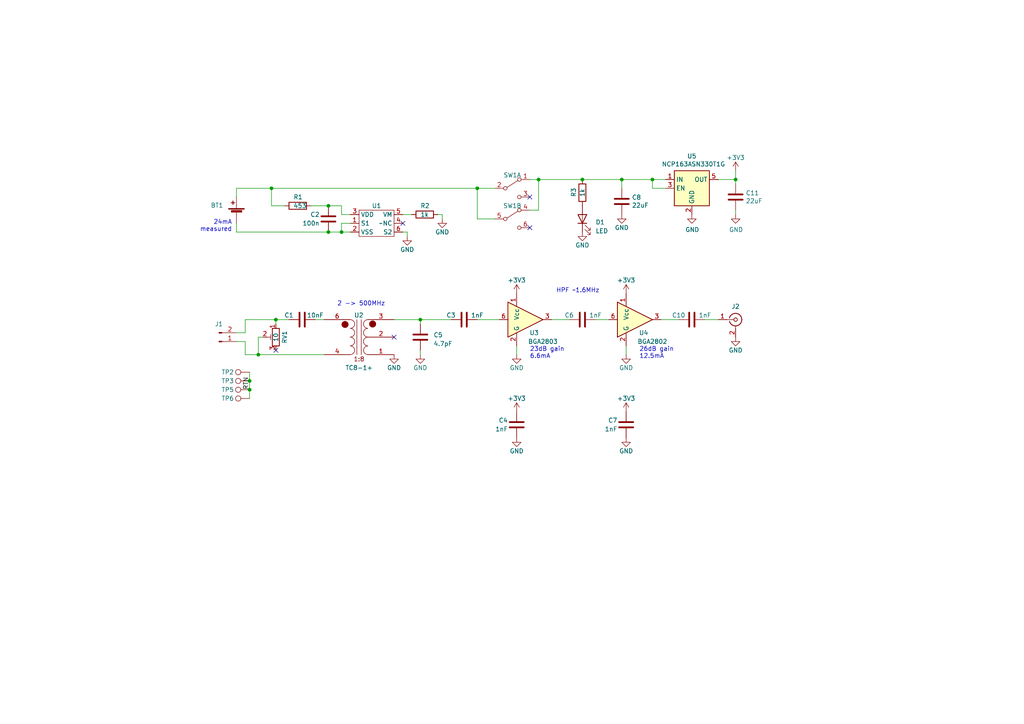
<source format=kicad_sch>
(kicad_sch (version 20230121) (generator eeschema)
  (paper "A4")
  (title_block (date "2023-03-21"))
  (lib_symbols
    (symbol "Connector:Conn_01x02_Pin" (pin_names (offset 1.016) hide)
      (property "Reference" "J" (at 0 2.54 0))
      (property "Value" "Conn_01x02_Pin" (at 0 -5.08 0))
      (symbol "Conn_01x02_Pin_1_1"
        (polyline (pts (xy 1.27 -2.54) (xy 0.8636 -2.54)) (stroke (width 0.1524)))
        (polyline (pts (xy 1.27 0) (xy 0.8636 0)) (stroke (width 0.1524)))
        (rectangle (start 0.8636 -2.413) (end 0 -2.667) (stroke (width 0.1524)) (fill (type outline)))
        (rectangle (start 0.8636 0.127) (end 0 -0.127) (stroke (width 0.1524)) (fill (type outline)))
        (pin passive line (at 5.08 0 180) (length 3.81) (name "Pin_1") (number "1"))
        (pin passive line (at 5.08 -2.54 180) (length 3.81) (name "Pin_2") (number "2"))
      )
    )
    (symbol "Connector:Conn_Coaxial" (pin_names (offset 1.016) hide)
      (property "Reference" "J" (at 0.254 3.048 0))
      (property "Value" "Conn_Coaxial" (at 2.921 0 90))
      (symbol "Conn_Coaxial_0_1"
        (arc (start -1.778 -0.508) (mid 0.2311 -1.8066) (end 1.778 0) (stroke (width 0.254)))
        (polyline (pts (xy -2.54 0) (xy -0.508 0)))
        (polyline (pts (xy 0 -2.54) (xy 0 -1.778)))
        (circle (center 0 0) (radius 0.508) (stroke (width 0.2032)))
        (arc (start 1.778 0) (mid 0.2099 1.8101) (end -1.778 0.508) (stroke (width 0.254)))
      )
      (symbol "Conn_Coaxial_1_1"
        (pin passive line (at -5.08 0 0) (length 2.54) (name "In") (number "1"))
        (pin passive line (at 0 -5.08 90) (length 2.54) (name "Ext") (number "2"))
      )
    )
    (symbol "Connector:TestPoint" (pin_numbers hide) (pin_names (offset 0.762) hide)
      (property "Reference" "TP" (at 0 6.858 0))
      (property "Value" "TestPoint" (at 0 5.08 0))
      (symbol "TestPoint_0_1"
        (circle (center 0 3.302) (radius 0.762))
      )
      (symbol "TestPoint_1_1"
        (pin passive line (at 0 0 90) (length 2.54) (name "1") (number "1"))
      )
    )
    (symbol "Device:Battery_Cell" (pin_numbers hide) (pin_names (offset 0) hide)
      (property "Reference" "BT" (at 2.54 2.54 0))
      (property "Value" "Battery_Cell" (at 2.54 0 0))
      (symbol "Battery_Cell_0_1"
        (rectangle (start -2.286 1.778) (end 2.286 1.524) (fill (type outline)))
        (rectangle (start -1.5748 1.1938) (end 1.4732 0.6858) (fill (type outline)))
        (polyline (pts (xy 0 0.762) (xy 0 0)))
        (polyline (pts (xy 0 1.778) (xy 0 2.54)))
        (polyline (pts (xy 0.508 3.429) (xy 1.524 3.429)) (stroke (width 0.254)))
        (polyline (pts (xy 1.016 3.937) (xy 1.016 2.921)) (stroke (width 0.254)))
      )
      (symbol "Battery_Cell_1_1"
        (pin passive line (at 0 5.08 270) (length 2.54) (name "+") (number "1"))
        (pin passive line (at 0 -2.54 90) (length 2.54) (name "-") (number "2"))
      )
    )
    (symbol "Device:C" (pin_numbers hide) (pin_names (offset 0.254))
      (property "Reference" "C" (at 0.635 2.54 0))
      (property "Value" "C" (at 0.635 -2.54 0))
      (symbol "C_0_1"
        (polyline (pts (xy -2.032 -0.762) (xy 2.032 -0.762)) (stroke (width 0.508)))
        (polyline (pts (xy -2.032 0.762) (xy 2.032 0.762)) (stroke (width 0.508)))
      )
      (symbol "C_1_1"
        (pin passive line (at 0 3.81 270) (length 2.794) (name "~") (number "1"))
        (pin passive line (at 0 -3.81 90) (length 2.794) (name "~") (number "2"))
      )
    )
    (symbol "Device:LED" (pin_numbers hide) (pin_names (offset 1.016) hide)
      (property "Reference" "D" (at 0 2.54 0))
      (property "Value" "LED" (at 0 -2.54 0))
      (symbol "LED_0_1"
        (polyline (pts (xy -1.27 -1.27) (xy -1.27 1.27)) (stroke (width 0.254)))
        (polyline (pts (xy -1.27 0) (xy 1.27 0)))
        (polyline (pts (xy 1.27 -1.27) (xy 1.27 1.27) (xy -1.27 0) (xy 1.27 -1.27)) (stroke (width 0.254)))
        (polyline (pts (xy -3.048 -0.762) (xy -4.572 -2.286) (xy -3.81 -2.286) (xy -4.572 -2.286) (xy -4.572 -1.524)))
        (polyline (pts (xy -1.778 -0.762) (xy -3.302 -2.286) (xy -2.54 -2.286) (xy -3.302 -2.286) (xy -3.302 -1.524)))
      )
      (symbol "LED_1_1"
        (pin passive line (at -3.81 0 0) (length 2.54) (name "K") (number "1"))
        (pin passive line (at 3.81 0 180) (length 2.54) (name "A") (number "2"))
      )
    )
    (symbol "Device:R" (pin_numbers hide) (pin_names (offset 0))
      (property "Reference" "R" (at 2.032 0 90))
      (property "Value" "R" (at 0 0 90))
      (symbol "R_0_1"
        (rectangle (start -1.016 -2.54) (end 1.016 2.54) (stroke (width 0.254)))
      )
      (symbol "R_1_1"
        (pin passive line (at 0 3.81 270) (length 1.27) (name "~") (number "1"))
        (pin passive line (at 0 -3.81 90) (length 1.27) (name "~") (number "2"))
      )
    )
    (symbol "Device:R_Potentiometer_Trim" (pin_names (offset 1.016) hide)
      (property "Reference" "RV" (at -4.445 0 90))
      (property "Value" "R_Potentiometer_Trim" (at -2.54 0 90))
      (symbol "R_Potentiometer_Trim_0_1"
        (polyline (pts (xy 1.524 0.762) (xy 1.524 -0.762)))
        (polyline (pts (xy 2.54 0) (xy 1.524 0)))
        (rectangle (start 1.016 2.54) (end -1.016 -2.54) (stroke (width 0.254)))
      )
      (symbol "R_Potentiometer_Trim_1_1"
        (pin passive line (at 0 3.81 270) (length 1.27) (name "1") (number "1"))
        (pin passive line (at 3.81 0 180) (length 1.27) (name "2") (number "2"))
        (pin passive line (at 0 -3.81 90) (length 1.27) (name "3") (number "3"))
      )
    )
    (symbol "RF_Amplifier:BGA2803"
      (property "Reference" "U" (at 2.54 6.35 0))
      (property "Value" "BGA2803" (at 3.81 3.81 0))
      (symbol "BGA2803_0_1"
        (polyline (pts (xy 5.08 0) (xy -5.08 5.08) (xy -5.08 -5.08) (xy 5.08 0)) (stroke (width 0.254)) (fill (type background)))
      )
      (symbol "BGA2803_1_1"
        (pin power_in line (at -2.54 7.62 270) (length 3.81) (name "Vcc") (number "1"))
        (pin power_in line (at -2.54 -7.62 90) (length 3.81) (name "G") (number "2"))
        (pin output line (at 7.62 0 180) (length 2.54) (name "~") (number "3"))
        (pin passive line (at -2.54 -7.62 90) (length 3.81) hide (name "G") (number "4"))
        (pin passive line (at -2.54 -7.62 90) (length 3.81) hide (name "G") (number "5"))
        (pin input line (at -7.62 0 0) (length 2.54) (name "~") (number "6"))
      )
    )
    (symbol "Regulator_Linear:NCP718xSN330"
      (property "Reference" "U" (at -3.81 6.35 0))
      (property "Value" "NCP718xSN330" (at 6.35 6.35 0))
      (symbol "NCP718xSN330_0_1"
        (rectangle (start -5.08 -5.08) (end 5.08 5.08) (stroke (width 0.254)) (fill (type background)))
        (pin power_in line (at -7.62 2.54 0) (length 2.54) (name "IN") (number "1"))
        (pin power_in line (at 0 -7.62 90) (length 2.54) (name "GND") (number "2"))
        (pin input line (at -7.62 0 0) (length 2.54) (name "EN") (number "3"))
        (pin no_connect line (at 5.08 0 180) (length 2.54) hide (name "NC") (number "4"))
        (pin power_out line (at 7.62 2.54 180) (length 2.54) (name "OUT") (number "5"))
      )
    )
    (symbol "Switch:SW_DPDT_x2" (pin_names (offset 0) hide)
      (property "Reference" "SW" (at 0 4.318 0))
      (property "Value" "SW_DPDT_x2" (at 0 -5.08 0))
      (symbol "SW_DPDT_x2_0_0"
        (circle (center -2.032 0) (radius 0.508))
        (circle (center 2.032 -2.54) (radius 0.508))
      )
      (symbol "SW_DPDT_x2_0_1"
        (polyline (pts (xy -1.524 0.254) (xy 1.651 2.286)))
        (circle (center 2.032 2.54) (radius 0.508))
      )
      (symbol "SW_DPDT_x2_1_1"
        (pin passive line (at 5.08 2.54 180) (length 2.54) (name "A") (number "1"))
        (pin passive line (at -5.08 0 0) (length 2.54) (name "B") (number "2"))
        (pin passive line (at 5.08 -2.54 180) (length 2.54) (name "C") (number "3"))
      )
      (symbol "SW_DPDT_x2_2_1"
        (pin passive line (at 5.08 2.54 180) (length 2.54) (name "A") (number "4"))
        (pin passive line (at -5.08 0 0) (length 2.54) (name "B") (number "5"))
        (pin passive line (at 5.08 -2.54 180) (length 2.54) (name "C") (number "6"))
      )
    )
    (symbol "lib:AP9211"
      (property "Reference" "U?" (at -3.81 5.08 0))
      (symbol "AP9211_0_1"
        (rectangle (start -5.08 3.81) (end 5.08 -3.81))
      )
      (symbol "AP9211_1_1"
        (pin passive line (at -7.62 0 0) (length 2.54) (name "S1") (number "1"))
        (pin passive line (at -7.62 -2.54 0) (length 2.54) (name "VSS") (number "2"))
        (pin passive line (at -7.62 2.54 0) (length 2.54) (name "VDD") (number "3"))
        (pin passive line (at 7.62 0 180) (length 2.54) (name "NC") (number "4"))
        (pin passive line (at 7.62 2.54 180) (length 2.54) (name "VM") (number "5"))
        (pin passive line (at 7.62 -2.54 180) (length 2.54) (name "S2") (number "6"))
      )
    )
    (symbol "lib:TC8-1+"
      (property "Reference" "U" (at -2.54 7.62 0))
      (symbol "TC8-1+_0_1"
        (arc (start -2.54 -5.0546) (mid -1.6599 -4.6901) (end -1.27 -3.81))
        (arc (start -2.54 -2.5146) (mid -1.6599 -2.1501) (end -1.27 -1.27))
        (arc (start -2.54 0.0254) (mid -1.6599 0.3899) (end -1.27 1.27))
        (arc (start -2.54 2.5654) (mid -1.6599 2.9299) (end -1.27 3.81))
        (arc (start -1.27 -3.81) (mid -1.642 -2.912) (end -2.54 -2.54))
        (arc (start -1.27 -1.27) (mid -1.642 -0.372) (end -2.54 0))
        (arc (start -1.27 1.27) (mid -1.642 2.168) (end -2.54 2.54))
        (arc (start -1.27 3.81) (mid -1.642 4.708) (end -2.54 5.08))
        (polyline (pts (xy -0.635 5.08) (xy -0.635 -5.08)))
        (polyline (pts (xy 0.635 -5.08) (xy 0.635 5.08)))
        (arc (start 1.2954 -1.27) (mid 1.6599 -2.1501) (end 2.54 -2.5146))
        (arc (start 1.2954 1.27) (mid 1.6599 0.3899) (end 2.54 0.0254))
        (arc (start 1.2954 3.81) (mid 1.6599 2.9299) (end 2.54 2.5654))
        (arc (start 1.3208 -3.81) (mid 1.6853 -4.6901) (end 2.5654 -5.0546))
        (arc (start 2.54 0) (mid 1.642 -0.372) (end 1.2954 -1.27))
        (arc (start 2.54 2.54) (mid 1.642 2.168) (end 1.2954 1.27))
        (arc (start 2.54 5.08) (mid 1.642 4.708) (end 1.2954 3.81))
        (arc (start 2.5654 -2.54) (mid 1.6674 -2.912) (end 1.3208 -3.81))
      )
      (symbol "TC8-1+_1_1"
        (circle (center -4.064 3.683) (radius 0.508) (stroke (width 1)))
        (circle (center 3.937 3.81) (radius 0.508) (stroke (width 1)))
        (text "1:8" (at 0 -6.35 0) (effects (font (size 1.27 1.27))))
        (pin passive line (at 10.16 -5.08 180) (length 7.62) (name "") (number "1"))
        (pin passive line (at 10.16 0 180) (length 7.62) (name "") (number "2"))
        (pin passive line (at 10.16 5.08 180) (length 7.62) (name "") (number "3"))
        (pin passive line (at -10.16 -5.08 0) (length 7.62) (name "") (number "4"))
        (pin passive line (at -10.16 5.08 0) (length 7.62) (name "") (number "6"))
      )
    )
    (symbol "power:+3V3" (power) (pin_names (offset 0))
      (property "Value" "+3V3" (at 0 3.556 0))
      (symbol "+3V3_0_1"
        (polyline (pts (xy -0.762 1.27) (xy 0 2.54)))
        (polyline (pts (xy 0 0) (xy 0 2.54)))
        (polyline (pts (xy 0 2.54) (xy 0.762 1.27)))
      )
      (symbol "+3V3_1_1"
        (pin power_in line (at 0 0 90) (length 0) hide (name "+3V3") (number "1"))
      )
    )
    (symbol "power:GND" (power) (pin_names (offset 0))
      (property "Value" "GND" (at 0 -3.81 0))
      (symbol "GND_0_1"
        (polyline (pts (xy 0 0) (xy 0 -1.27) (xy 1.27 -1.27) (xy 0 -2.54) (xy -1.27 -1.27) (xy 0 -1.27)))
      )
      (symbol "GND_1_1"
        (pin power_in line (at 0 0 270) (length 0) hide (name "GND") (number "1"))
      )
    )
  )
  (junction (at 72.39 110.49))
  (junction (at 74.93 102.87))
  (junction (at 180.34 52.07))
  (junction (at 156.21 52.07))
  (junction (at 80.01 92.71))
  (junction (at 95.25 67.31))
  (junction (at 78.74 54.61))
  (junction (at 168.91 52.07))
  (junction (at 95.25 59.69))
  (junction (at 189.23 52.07))
  (junction (at 99.06 67.31))
  (junction (at 213.36 52.07))
  (junction (at 72.39 113.03))
  (junction (at 138.43 54.61))
  (junction (at 121.92 92.71))
  (no_connect (at 153.67 57.15))
  (no_connect (at 114.3 97.79))
  (no_connect (at 116.84 64.77))
  (no_connect (at 153.67 66.04))
  (no_connect (at 80.01 101.6))
  (wire (pts (xy 95.25 59.69) (xy 99.06 59.69)))
  (wire (pts (xy 204.47 92.71) (xy 208.28 92.71)))
  (wire (pts (xy 68.58 67.31) (xy 68.58 64.77)))
  (wire (pts (xy 213.36 62.23) (xy 213.36 60.96)))
  (wire (pts (xy 168.91 52.07) (xy 180.34 52.07)))
  (wire (pts (xy 121.92 92.71) (xy 130.81 92.71)))
  (wire (pts (xy 90.17 59.69) (xy 95.25 59.69)))
  (wire (pts (xy 80.01 92.71) (xy 80.01 93.98)))
  (wire (pts (xy 76.2 97.79) (xy 74.93 97.79)))
  (wire (pts (xy 153.67 60.96) (xy 156.21 60.96)))
  (wire (pts (xy 189.23 54.61) (xy 189.23 52.07)))
  (wire (pts (xy 72.39 110.49) (xy 72.39 113.03)))
  (wire (pts (xy 127 62.23) (xy 128.27 62.23)))
  (wire (pts (xy 138.43 63.5) (xy 143.51 63.5)))
  (wire (pts (xy 138.43 54.61) (xy 143.51 54.61)))
  (wire (pts (xy 118.11 67.31) (xy 118.11 68.58)))
  (wire (pts (xy 74.93 97.79) (xy 74.93 102.87)))
  (wire (pts (xy 68.58 67.31) (xy 95.25 67.31)))
  (wire (pts (xy 189.23 52.07) (xy 193.04 52.07)))
  (wire (pts (xy 71.12 92.71) (xy 80.01 92.71)))
  (wire (pts (xy 72.39 107.95) (xy 72.39 110.49)))
  (wire (pts (xy 156.21 52.07) (xy 156.21 60.96)))
  (wire (pts (xy 101.6 64.77) (xy 99.06 64.77)))
  (wire (pts (xy 181.61 100.33) (xy 181.61 102.87)))
  (wire (pts (xy 71.12 96.52) (xy 71.12 92.71)))
  (wire (pts (xy 213.36 52.07) (xy 208.28 52.07)))
  (wire (pts (xy 121.92 101.6) (xy 121.92 102.87)))
  (wire (pts (xy 180.34 52.07) (xy 180.34 54.61)))
  (wire (pts (xy 153.67 52.07) (xy 156.21 52.07)))
  (wire (pts (xy 116.84 62.23) (xy 119.38 62.23)))
  (wire (pts (xy 68.58 96.52) (xy 71.12 96.52)))
  (wire (pts (xy 72.39 113.03) (xy 72.39 115.57)))
  (wire (pts (xy 149.86 100.33) (xy 149.86 102.87)))
  (wire (pts (xy 99.06 64.77) (xy 99.06 67.31)))
  (wire (pts (xy 138.43 92.71) (xy 144.78 92.71)))
  (wire (pts (xy 95.25 67.31) (xy 99.06 67.31)))
  (wire (pts (xy 71.12 102.87) (xy 74.93 102.87)))
  (wire (pts (xy 128.27 62.23) (xy 128.27 63.5)))
  (wire (pts (xy 156.21 52.07) (xy 168.91 52.07)))
  (wire (pts (xy 82.55 59.69) (xy 78.74 59.69)))
  (wire (pts (xy 213.36 53.34) (xy 213.36 52.07)))
  (wire (pts (xy 116.84 67.31) (xy 118.11 67.31)))
  (wire (pts (xy 213.36 52.07) (xy 213.36 49.53)))
  (wire (pts (xy 138.43 54.61) (xy 138.43 63.5)))
  (wire (pts (xy 160.02 92.71) (xy 165.1 92.71)))
  (wire (pts (xy 91.44 92.71) (xy 93.98 92.71)))
  (wire (pts (xy 121.92 92.71) (xy 121.92 93.98)))
  (wire (pts (xy 78.74 54.61) (xy 138.43 54.61)))
  (wire (pts (xy 68.58 54.61) (xy 68.58 57.15)))
  (wire (pts (xy 99.06 62.23) (xy 101.6 62.23)))
  (wire (pts (xy 191.77 92.71) (xy 196.85 92.71)))
  (wire (pts (xy 99.06 59.69) (xy 99.06 62.23)))
  (wire (pts (xy 74.93 102.87) (xy 93.98 102.87)))
  (wire (pts (xy 180.34 52.07) (xy 189.23 52.07)))
  (wire (pts (xy 80.01 92.71) (xy 83.82 92.71)))
  (wire (pts (xy 71.12 99.06) (xy 68.58 99.06)))
  (wire (pts (xy 114.3 92.71) (xy 121.92 92.71)))
  (wire (pts (xy 193.04 54.61) (xy 189.23 54.61)))
  (wire (pts (xy 99.06 67.31) (xy 101.6 67.31)))
  (wire (pts (xy 71.12 102.87) (xy 71.12 99.06)))
  (wire (pts (xy 78.74 59.69) (xy 78.74 54.61)))
  (wire (pts (xy 68.58 54.61) (xy 78.74 54.61)))
  (wire (pts (xy 172.72 92.71) (xy 176.53 92.71)))
  (text "23dB gain\n6.6mA" (at 153.67 104.14 0) (effects (font (size 1.27 1.27)) (justify left bottom)))
  (text "HPF ~1.6MHz" (at 161.29 85.09 0) (effects (font (size 1.27 1.27)) (justify left bottom)))
  (text "24mA\nmeasured" (at 67.31 67.31 0) (effects (font (size 1.27 1.27)) (justify right bottom)))
  (text "2 -> 500MHz" (at 97.79 88.9 0) (effects (font (size 1.27 1.27)) (justify left bottom)))
  (text "26dB gain\n12.5mA" (at 185.42 104.14 0) (effects (font (size 1.27 1.27)) (justify left bottom)))
  (label "RTN" (at 72.39 113.03 90))
  (symbol (lib_id "power:+3V3") (at 149.86 85.09 0) (unit 1)
    (property "Reference" "#PWR07" (effects hide))
    (property "Value" "+3V3" (at 149.86 81.28 0))
  )
  (symbol (lib_id "power:GND") (at 168.91 67.31 0) (unit 1)
    (property "Reference" "#PWR011" (effects hide))
    (property "Value" "GND" (at 168.91 71.12 0))
  )
  (symbol (lib_id "Connector:Conn_Coaxial") (at 213.36 92.71 0) (unit 1)
    (property "Reference" "J2" (at 213.36 88.9 0))
    (property "Value" "COAX" (effects hide))
    (property "Footprint" "library:SMA_ALIEXPRESS" (effects hide))
    (property "Datasheet" " ~" (effects hide))
    (property "Field4" "https://www.aliexpress.com/item/1005001943804637.html" (effects hide))
  )
  (symbol (lib_id "Connector:Conn_01x02_Pin") (at 63.5 99.06 0) (mirror x) (unit 1)
    (property "Reference" "J1" (at 63.5 93.98 0))
    (property "Value" "Conn_01x02_Pin" (effects hide))
    (property "Footprint" "Connector_PinHeader_2.54mm:PinHeader_1x02_P2.54mm_Horizontal" (effects hide))
    (property "Field4" "https://www.digikey.com/en/products/detail/amphenol-cs-fci/10129379-902002BLF/7915978" (effects hide))
  )
  (symbol (lib_id "Connector:TestPoint") (at 72.39 115.57 90) (mirror x) (unit 1)
    (property "Reference" "TP6" (at 66.04 115.57 90))
    (property "Value" "TestPoint" (effects hide))
    (property "Footprint" "TestPoint:TestPoint_Pad_2.0x2.0mm" (effects hide))
  )
  (symbol (lib_id "Device:C") (at 149.86 123.19 0) (mirror y) (unit 1)
    (property "Reference" "C4" (at 147.32 121.92 0) (effects (justify left)))
    (property "Value" "1nF" (at 147.32 124.46 0) (effects (justify left)))
    (property "Footprint" "Capacitor_SMD:C_0402_1005Metric" (effects hide))
    (property "Field4" "https://www.digikey.ch/en/products/detail/murata-electronics/GCM155R71H102KA37D/1641635" (effects hide))
  )
  (symbol (lib_id "power:GND") (at 181.61 102.87 0) (unit 1)
    (property "Reference" "#PWR015" (effects hide))
    (property "Value" "GND" (at 181.61 106.68 0))
  )
  (symbol (lib_id "power:+3V3") (at 181.61 85.09 0) (unit 1)
    (property "Reference" "#PWR014" (effects hide))
    (property "Value" "+3V3" (at 181.61 81.28 0))
  )
  (symbol (lib_id "Connector:TestPoint") (at 72.39 107.95 90) (unit 1)
    (property "Reference" "TP2" (at 66.04 107.95 90))
    (property "Value" "TestPoint" (effects hide))
    (property "Footprint" "TestPoint:TestPoint_Pad_2.0x2.0mm" (effects hide))
  )
  (symbol (lib_id "Switch:SW_DPDT_x2") (at 148.59 54.61 0) (unit 1)
    (property "Reference" "SW1" (at 148.59 50.8 0))
    (property "Value" "SW_DPDT_x2" (effects hide))
    (property "Footprint" "Button_Switch_SMD:SW_DPDT_CK_JS202011JCQN" (effects hide))
    (property "Field4" "https://www.digikey.com/en/products/detail/c-k/JS202011JCQN/6137630" (effects hide))
  )
  (symbol (lib_id "Device:C") (at 87.63 92.71 90) (unit 1)
    (property "Reference" "C1" (at 83.82 91.44 90))
    (property "Value" "10nF" (at 91.44 91.44 90))
    (property "Footprint" "Capacitor_SMD:C_0402_1005Metric" (effects hide))
    (property "Field4" "https://www.digikey.ch/en/products/detail/murata-electronics/GCM155R71H103KA55D/1641636" (effects hide))
  )
  (symbol (lib_id "power:GND") (at 181.61 127 0) (unit 1)
    (property "Reference" "#PWR013" (effects hide))
    (property "Value" "GND" (at 181.61 130.81 0))
  )
  (symbol (lib_id "power:+3V3") (at 213.36 49.53 0) (unit 1)
    (property "Reference" "#PWR021" (effects hide))
    (property "Value" "+3V3" (at 213.36 45.72 0))
  )
  (symbol (lib_id "Device:C") (at 181.61 123.19 0) (mirror y) (unit 1)
    (property "Reference" "C7" (at 179.07 121.92 0) (effects (justify left)))
    (property "Value" "1nF" (at 179.07 124.46 0) (effects (justify left)))
    (property "Footprint" "Capacitor_SMD:C_0402_1005Metric" (effects hide))
    (property "Field4" "https://www.digikey.ch/en/products/detail/murata-electronics/GCM155R71H102KA37D/1641635" (effects hide))
  )
  (symbol (lib_id "Device:LED") (at 168.91 63.5 90) (unit 1)
    (property "Reference" "D1" (at 172.72 64.4525 90) (effects (justify right)))
    (property "Value" "LED" (at 172.72 66.9925 90) (effects (justify right)))
    (property "Footprint" "LED_SMD:LED_0603_1608Metric" (effects hide))
    (property "Field4" "https://www.digikey.com/en/products/detail/lumex-opto-components-inc/SML-LX0603GW-TR/304359" (effects hide))
  )
  (symbol (lib_id "Switch:SW_DPDT_x2") (at 148.59 63.5 0) (unit 2)
    (property "Reference" "SW1" (at 148.59 59.69 0))
    (property "Value" "SW_DPDT_x2" (effects hide))
    (property "Footprint" "Button_Switch_SMD:SW_DPDT_CK_JS202011JCQN" (effects hide))
    (property "Field4" "https://www.digikey.com/en/products/detail/c-k/JS202011JCQN/6137630" (effects hide))
  )
  (symbol (lib_id "Connector:TestPoint") (at 72.39 113.03 90) (mirror x) (unit 1)
    (property "Reference" "TP5" (at 66.04 113.03 90))
    (property "Value" "TestPoint" (effects hide))
    (property "Footprint" "TestPoint:TestPoint_Pad_2.0x2.0mm" (effects hide))
  )
  (symbol (lib_id "power:GND") (at 180.34 62.23 0) (unit 1)
    (property "Reference" "#PWR016" (effects hide))
    (property "Value" "GND" (at 180.34 66.04 0))
  )
  (symbol (lib_id "Regulator_Linear:NCP718xSN330") (at 200.66 54.61 0) (unit 1)
    (property "Reference" "U5" (at 200.66 45.2882 0))
    (property "Value" " NCP163ASN330T1G" (at 200.66 47.5996 0))
    (property "Footprint" "Package_TO_SOT_SMD:SOT-23-5" (effects hide))
    (property "Datasheet" "https://www.onsemi.com/pub/Collateral/NCP718-D.PDF" (effects hide))
    (property "Field4" "https://www.digikey.com/product-detail/en/on-semiconductor/NCP163ASN330T1G/NCP163ASN330T1GOSCT-ND/10233513" (effects hide))
  )
  (symbol (lib_id "Device:Battery_Cell") (at 68.58 62.23 0) (mirror y) (unit 1)
    (property "Reference" "BT1" (at 64.77 59.563 0) (effects (justify left)))
    (property "Value" "Battery_Cell" (effects hide))
    (property "Footprint" "Connector_PinHeader_2.54mm:PinHeader_1x02_P2.54mm_Vertical" (effects hide))
  )
  (symbol (lib_id "Device:C") (at 134.62 92.71 90) (unit 1)
    (property "Reference" "C3" (at 130.81 91.44 90))
    (property "Value" "1nF" (at 138.43 91.44 90))
    (property "Footprint" "Capacitor_SMD:C_0402_1005Metric" (effects hide))
    (property "Field4" "https://www.digikey.ch/en/products/detail/murata-electronics/GCM155R71H102KA37D/1641635" (effects hide))
  )
  (symbol (lib_id "power:+3V3") (at 181.61 119.38 0) (unit 1)
    (property "Reference" "#PWR012" (effects hide))
    (property "Value" "+3V3" (at 181.61 115.57 0))
  )
  (symbol (lib_id "Device:C") (at 95.25 63.5 0) (mirror y) (unit 1)
    (property "Reference" "C2" (at 92.71 62.23 0) (effects (justify left)))
    (property "Value" "100n" (at 92.71 64.77 0) (effects (justify left)))
    (property "Footprint" "Capacitor_SMD:C_0402_1005Metric" (effects hide))
    (property "Field4" "https://www.digikey.com/en/products/detail/kyocera-avx/0402YC104KAT2A/3080100" (effects hide))
  )
  (symbol (lib_id "Device:R") (at 168.91 55.88 0) (unit 1)
    (property "Reference" "R3" (at 166.37 57.15 90) (effects (justify left)))
    (property "Value" "1k" (at 168.91 57.15 90) (effects (justify left)))
    (property "Footprint" "Resistor_SMD:R_0402_1005Metric" (effects hide))
    (property "Field4" "https://www.digikey.com/en/products/detail/stackpole-electronics-inc/RMCF0402FT1K00/1761754" (effects hide))
  )
  (symbol (lib_id "Device:C") (at 213.36 57.15 0) (unit 1)
    (property "Reference" "C11" (at 216.281 55.9816 0) (effects (justify left)))
    (property "Value" "22uF" (at 216.281 58.293 0) (effects (justify left)))
    (property "Footprint" "Capacitor_SMD:C_0805_2012Metric" (effects hide))
    (property "Field4" "https://www.digikey.com/product-detail/en/samsung-electro-mechanics/CL21A226MOCLRNC/1276-6780-1-ND/5961639" (effects hide))
  )
  (symbol (lib_id "power:GND") (at 149.86 102.87 0) (unit 1)
    (property "Reference" "#PWR08" (effects hide))
    (property "Value" "GND" (at 149.86 106.68 0))
  )
  (symbol (lib_id "lib:TC8-1+") (at 104.14 97.79 0) (unit 1)
    (property "Reference" "U2" (at 104.0765 91.44 0))
    (property "Value" "TC8-1+" (at 104.14 106.68 0))
    (property "Footprint" "library:TC2-72T+" (effects hide))
    (property "Field4" "https://www.digikey.ch/en/products/detail/mini-circuits/TC8-1/13926976" (effects hide))
  )
  (symbol (lib_id "Device:C") (at 180.34 58.42 0) (unit 1)
    (property "Reference" "C8" (at 183.261 57.2516 0) (effects (justify left)))
    (property "Value" "22uF" (at 183.261 59.563 0) (effects (justify left)))
    (property "Footprint" "Capacitor_SMD:C_0805_2012Metric" (effects hide))
    (property "Field4" "https://www.digikey.com/product-detail/en/samsung-electro-mechanics/CL21A226MOCLRNC/1276-6780-1-ND/5961639" (effects hide))
  )
  (symbol (lib_id "power:GND") (at 121.92 102.87 0) (unit 1)
    (property "Reference" "#PWR04" (effects hide))
    (property "Value" "GND" (at 121.92 106.68 0))
  )
  (symbol (lib_id "lib:AP9211") (at 109.22 64.77 0) (unit 1)
    (property "Reference" "U1" (at 109.22 59.69 0))
    (property "Value" "~" (at 110.49 64.77 0))
    (property "Footprint" "library:UDFN-6-1EP_3x2mm_P0.6mm_EP1.7x1.7mm" (effects hide))
    (property "Field4" "https://www.digikey.com/en/products/detail/diodes-incorporated/AP9211SA-AH-HAC-7/5126828" (effects hide))
  )
  (symbol (lib_id "Device:R") (at 123.19 62.23 270) (unit 1)
    (property "Reference" "R2" (at 121.92 59.69 90) (effects (justify left)))
    (property "Value" "1k" (at 121.92 62.23 90) (effects (justify left)))
    (property "Footprint" "Resistor_SMD:R_0402_1005Metric" (effects hide))
    (property "Field4" "https://www.digikey.com/en/products/detail/stackpole-electronics-inc/RMCF0402FT1K00/1761754" (effects hide))
  )
  (symbol (lib_id "power:GND") (at 118.11 68.58 0) (unit 1)
    (property "Reference" "#PWR01" (effects hide))
    (property "Value" "GND" (at 118.11 72.39 0))
  )
  (symbol (lib_id "Device:C") (at 121.92 97.79 0) (unit 1)
    (property "Reference" "C5" (at 125.73 97.155 0) (effects (justify left)))
    (property "Value" "4.7pF" (at 125.73 99.695 0) (effects (justify left)))
    (property "Footprint" "Capacitor_SMD:C_0402_1005Metric" (effects hide))
    (property "Field4" "https://www.digikey.com/en/products/detail/murata-electronics/GRM1555C1H4R7CA01D/3175193" (effects hide))
  )
  (symbol (lib_id "power:GND") (at 200.66 62.23 0) (unit 1)
    (property "Reference" "#PWR019" (effects hide))
    (property "Value" "GND" (at 200.787 66.6242 0))
  )
  (symbol (lib_id "Device:R") (at 86.36 59.69 270) (unit 1)
    (property "Reference" "R1" (at 85.09 57.15 90) (effects (justify left)))
    (property "Value" "453 " (at 85.09 59.69 90) (effects (justify left)))
    (property "Footprint" "Resistor_SMD:R_0402_1005Metric" (effects hide))
    (property "Field4" "https://www.digikey.com/en/products/detail/yageo/RC0402FR-07453RL/5281025" (effects hide))
  )
  (symbol (lib_id "Device:C") (at 168.91 92.71 90) (unit 1)
    (property "Reference" "C6" (at 165.1 91.44 90))
    (property "Value" "1nF" (at 172.72 91.44 90))
    (property "Footprint" "Capacitor_SMD:C_0402_1005Metric" (effects hide))
    (property "Field4" "https://www.digikey.ch/en/products/detail/murata-electronics/GCM155R71H102KA37D/1641635" (effects hide))
  )
  (symbol (lib_id "power:GND") (at 114.3 102.87 0) (unit 1)
    (property "Reference" "#PWR02" (effects hide))
    (property "Value" "GND" (at 114.3 106.68 0))
  )
  (symbol (lib_id "power:+3V3") (at 149.86 119.38 0) (unit 1)
    (property "Reference" "#PWR05" (effects hide))
    (property "Value" "+3V3" (at 149.86 115.57 0))
  )
  (symbol (lib_id "Device:R_Potentiometer_Trim") (at 80.01 97.79 0) (mirror y) (unit 1)
    (property "Reference" "RV1" (at 82.55 95.885 90) (effects (justify right)))
    (property "Value" "10" (at 80.01 96.52 90) (effects (justify right)))
    (property "Footprint" "Potentiometer_SMD:Potentiometer_Bourns_3314J_Vertical" (effects hide))
    (property "Field4" "https://www.digikey.com/en/products/detail/bourns-inc/3314J-1-100E/1817558" (effects hide))
  )
  (symbol (lib_id "RF_Amplifier:BGA2803") (at 152.4 92.71 0) (unit 1)
    (property "Reference" "U3" (at 154.94 96.52 0))
    (property "Value" "BGA2803" (at 157.48 99.06 0))
    (property "Footprint" "Package_TO_SOT_SMD:SOT-363_SC-70-6" (effects hide))
    (property "Datasheet" "https://www.nxp.com/docs/en/data-sheet/BGA2803.pdf" (effects hide))
    (property "Field4" "https://www.digikey.ch/en/products/detail/nxp-usa-inc/BGA2803-115/2606168" (effects hide))
  )
  (symbol (lib_id "Device:C") (at 200.66 92.71 90) (unit 1)
    (property "Reference" "C10" (at 196.85 91.44 90))
    (property "Value" "1nF" (at 204.47 91.44 90))
    (property "Footprint" "Capacitor_SMD:C_0402_1005Metric" (effects hide))
    (property "Field4" "https://www.digikey.ch/en/products/detail/murata-electronics/GCM155R71H102KA37D/1641635" (effects hide))
  )
  (symbol (lib_id "RF_Amplifier:BGA2803") (at 184.15 92.71 0) (unit 1)
    (property "Reference" "U4" (at 186.69 96.52 0))
    (property "Value" "BGA2802" (at 189.23 99.06 0))
    (property "Footprint" "Package_TO_SOT_SMD:SOT-363_SC-70-6" (effects hide))
    (property "Field4" "https://www.digikey.ch/en/products/detail/nxp-usa-inc/BGA2802-115/2606167" (effects hide))
  )
  (symbol (lib_id "power:GND") (at 128.27 63.5 0) (unit 1)
    (property "Reference" "#PWR03" (effects hide))
    (property "Value" "GND" (at 128.27 67.31 0))
  )
  (symbol (lib_id "power:GND") (at 149.86 127 0) (unit 1)
    (property "Reference" "#PWR06" (effects hide))
    (property "Value" "GND" (at 149.86 130.81 0))
  )
  (symbol (lib_id "power:GND") (at 213.36 97.79 0) (unit 1)
    (property "Reference" "#PWR020" (effects hide))
    (property "Value" "GND" (at 213.36 101.6 0))
  )
  (symbol (lib_id "power:GND") (at 213.36 62.23 0) (unit 1)
    (property "Reference" "#PWR022" (effects hide))
    (property "Value" "GND" (at 213.487 66.6242 0))
  )
  (symbol (lib_id "Connector:TestPoint") (at 72.39 110.49 90) (mirror x) (unit 1)
    (property "Reference" "TP3" (at 66.04 110.49 90))
    (property "Value" "TestPoint" (effects hide))
    (property "Footprint" "TestPoint:TestPoint_Pad_2.0x2.0mm" (effects hide))
  )
)
</source>
